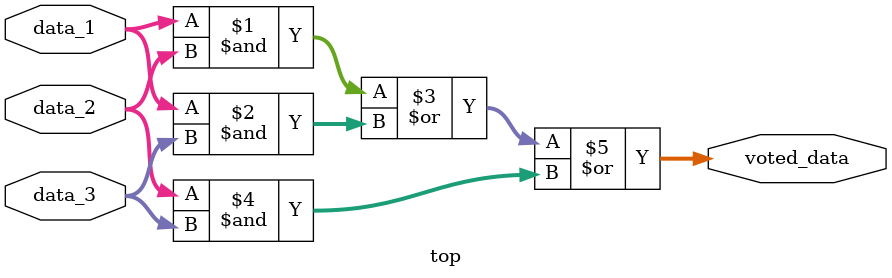
<source format=sv>


module top (
    input  logic [3:0] data_1, data_2, data_3,   
    output logic [3:0] voted_data        
);
    assign voted_data = (data_1 & data_2) | (data_1 & data_3) | (data_2 & data_3);  
endmodule



</source>
